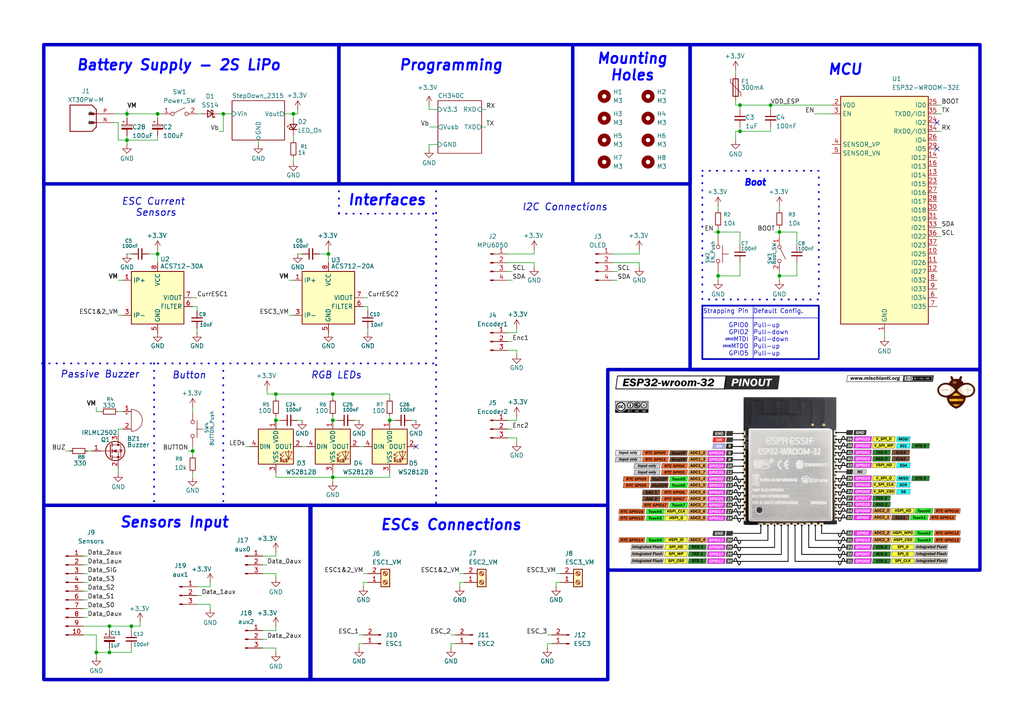
<source format=kicad_sch>
(kicad_sch (version 20250114) (generator "eeschema") (generator_version "9.0")
  (paper "A4")
  (title_block (title "MagicAlonso main control PCB") (date "2025-06-01") (company "JRegi"))
  (rectangle (start 299.72 17.018) (end 348.488 21.59))
  (rectangle (start 332.232 21.59) (end 348.488 49.53))
  (rectangle (start 12.7 12.954) (end 98.298 53.34) (stroke (width 1)))
  (rectangle (start 299.72 21.59) (end 315.976 49.53))
  (rectangle (start 98.298 12.954) (end 166.116 53.34) (stroke (width 1)))
  (rectangle (start 166.116 12.954) (end 200.152 53.34) (stroke (width 1)))
  (rectangle (start 200.152 12.954) (end 284.226 107.188) (stroke (width 1)))
  (rectangle (start 203.708 88.646) (end 237.49 92.202))
  (rectangle (start 12.7 146.558) (end 89.916 197.104) (stroke (width 1)))
  (rectangle (start 315.976 21.59) (end 332.232 49.53))
  (rectangle (start 203.708 88.646) (end 237.49 104.14) (stroke (width 0.5)))
  (rectangle (start 203.708 49.53) (end 237.49 86.868) (stroke (width 0.5) (type dot)))
  (rectangle (start 90.17 146.558) (end 176.276 197.104) (stroke (width 1)))
  (rectangle (start 176.276 107.188) (end 284.226 165.354) (stroke (width 1)))
  (text "ESC Current \nSensors\n" (at 45.212 60.198 0) (effects (font (size 2 2) (thickness 0.25) (italic yes))))
  (text "Strapping Pin\n\nGPIO0\nGPIO2\nMTDI\nMTDO\nGPIO5" (at 217.17 96.52 0) (effects (font (size 1.27 1.27)) (justify right)))
  (text "Inputs" (at 304.292 23.622 0) (effects (font (size 1.27 1.27))))
  (text "(IO12)" (at 212.852 98.552 0) (effects (font (size 0.5 0.5) (italic yes)) (justify right)))
  (text "Passive Buzzer" (at 28.956 108.712 0) (effects (font (size 2 2) (thickness 0.25) (italic yes))))
  (text "(IO15)" (at 212.09 100.584 0) (effects (font (size 0.5 0.5) (italic yes)) (justify right)))
  (text "I2C Connectíons" (at 163.83 60.198 0) (effects (font (size 2 2) (thickness 0.25) (italic yes))))
  (text "Mounting\nHoles\n" (at 183.388 19.558 0) (effects (font (size 3 3) (thickness 0.6) (bold yes) (italic yes))))
  (text "ESP32 connections" (at 324.612 19.558 0) (effects (font (size 2 2) (thickness 0.254) (bold yes))))
  (text "Battery Supply - 2S LiPo" (at 51.816 19.05 0) (effects (font (size 3 3) (thickness 0.6) (bold yes) (italic yes))))
  (text "Sensors Input" (at 50.546 151.638 0) (effects (font (size 3 3) (thickness 0.6) (bold yes) (italic yes))))
  (text "MCU" (at 245.11 20.32 0) (effects (font (size 3 3) (thickness 0.6) (bold yes) (italic yes))))
  (text "ESCs Connections" (at 130.81 152.4 0) (effects (font (size 3 3) (thickness 0.6) (bold yes) (italic yes))))
  (text "Boot " (at 219.71 53.086 0) (effects (font (size 1.8 1.8) (thickness 0.6) (bold yes) (italic yes))))
  (text "RGB LEDs" (at 97.536 108.966 0) (effects (font (size 2 2) (thickness 0.25) (italic yes))))
  (text "Outputs\n" (at 321.564 23.622 0) (effects (font (size 1.27 1.27))))
  (text "Button" (at 54.864 108.966 0) (effects (font (size 2 2) (thickness 0.25) (italic yes))))
  (text "Interfaces" (at 112.268 58.166 0) (effects (font (size 3 3) (thickness 0.6) (bold yes) (italic yes))))
  (text "Bidirectionals" (at 340.106 23.622 0) (effects (font (size 1.27 1.27))))
  (text "Default Config.\n\nPull-up\nPull-down\nPull-down\nPull-up\nPull-up" (at 218.44 96.52 0) (effects (font (size 1.27 1.27)) (justify left)))
  (text "Programming" (at 130.81 19.05 0) (effects (font (size 3 3) (thickness 0.6) (bold yes) (italic yes))))
  (junction (at 214.63 30.48))
  (junction (at 96.52 114.3))
  (junction (at 226.06 67.31))
  (junction (at 208.28 80.01))
  (junction (at 96.52 138.43))
  (junction (at 27.94 189.23))
  (junction (at 80.01 121.92))
  (junction (at 38.1 181.61))
  (junction (at 113.03 121.92))
  (junction (at 45.72 73.66))
  (junction (at 95.25 73.66))
  (junction (at 223.52 30.48))
  (junction (at 226.06 80.01))
  (junction (at 36.83 33.02))
  (junction (at 36.83 40.64))
  (junction (at 55.88 130.81))
  (junction (at 45.72 33.02))
  (junction (at 96.52 121.92))
  (junction (at 214.63 38.1))
  (junction (at 64.77 33.02))
  (junction (at 31.75 189.23))
  (junction (at 31.75 181.61))
  (junction (at 85.09 33.02))
  (junction (at 80.01 114.3))
  (junction (at 208.28 67.31))
  (no_connect (at 271.78 35.56))
  (no_connect (at 120.65 129.54))
  (no_connect (at 271.78 43.18))
  (wire (pts (xy 226.06 59.69) (xy 226.06 60.96)))
  (wire (pts (xy 85.09 33.02) (xy 82.55 33.02)))
  (wire (pts (xy 147.32 81.28) (xy 148.59 81.28)))
  (wire (pts (xy 80.01 138.43) (xy 96.52 138.43)))
  (wire (pts (xy 25.4 179.07) (xy 24.13 179.07)))
  (wire (pts (xy 36.83 40.64) (xy 36.83 41.91)))
  (wire (pts (xy 24.13 184.15) (xy 27.94 184.15)))
  (wire (pts (xy 43.18 73.66) (xy 45.72 73.66)))
  (wire (pts (xy 223.52 38.1) (xy 223.52 36.83)))
  (wire (pts (xy 96.52 114.3) (xy 113.03 114.3)))
  (wire (pts (xy 113.03 114.3) (xy 113.03 115.57)))
  (wire (pts (xy 57.15 86.36) (xy 55.88 86.36)))
  (wire (pts (xy 60.96 170.18) (xy 57.15 170.18)))
  (wire (pts (xy 95.25 72.39) (xy 95.25 73.66)))
  (wire (pts (xy 231.14 71.12) (xy 231.14 67.31)))
  (wire (pts (xy 80.01 166.37) (xy 76.2 166.37)))
  (wire (pts (xy 154.94 73.66) (xy 147.32 73.66)))
  (wire (pts (xy 105.41 170.18) (xy 105.41 168.91)))
  (wire (pts (xy 19.05 130.81) (xy 20.32 130.81)))
  (wire (pts (xy 34.29 40.64) (xy 36.83 40.64)))
  (wire (pts (xy 80.01 137.16) (xy 80.01 138.43)))
  (wire (pts (xy 105.41 88.9) (xy 106.68 88.9)))
  (wire (pts (xy 87.63 129.54) (xy 88.9 129.54)))
  (wire (pts (xy 158.75 187.96) (xy 158.75 186.69)))
  (wire (pts (xy 130.81 184.15) (xy 132.08 184.15)))
  (wire (pts (xy 124.46 36.83) (xy 127 36.83)))
  (wire (pts (xy 76.2 163.83) (xy 77.47 163.83)))
  (wire (pts (xy 31.75 182.88) (xy 31.75 181.61)))
  (wire (pts (xy 271.78 68.58) (xy 273.05 68.58)))
  (wire (pts (xy 71.12 129.54) (xy 72.39 129.54)))
  (wire (pts (xy 80.01 121.92) (xy 81.28 121.92)))
  (wire (pts (xy 74.93 40.64) (xy 74.93 41.91)))
  (wire (pts (xy 31.75 181.61) (xy 24.13 181.61)))
  (wire (pts (xy 231.14 67.31) (xy 226.06 67.31)))
  (wire (pts (xy 27.94 190.5) (xy 27.94 189.23)))
  (wire (pts (xy 96.52 138.43) (xy 96.52 139.7)))
  (wire (pts (xy 226.06 78.74) (xy 226.06 80.01)))
  (wire (pts (xy 60.96 176.53) (xy 60.96 175.26)))
  (wire (pts (xy 213.36 20.32) (xy 213.36 21.59)))
  (wire (pts (xy 154.94 77.47) (xy 154.94 76.2)))
  (wire (pts (xy 35.56 124.46) (xy 34.29 124.46)))
  (wire (pts (xy 208.28 78.74) (xy 208.28 80.01)))
  (wire (pts (xy 45.72 39.37) (xy 45.72 40.64)))
  (wire (pts (xy 154.94 72.39) (xy 154.94 73.66)))
  (wire (pts (xy 25.4 163.83) (xy 24.13 163.83)))
  (wire (pts (xy 213.36 38.1) (xy 214.63 38.1)))
  (wire (pts (xy 80.01 161.29) (xy 76.2 161.29)))
  (wire (pts (xy 124.46 30.48) (xy 124.46 31.75)))
  (wire (pts (xy 214.63 30.48) (xy 214.63 31.75)))
  (wire (pts (xy 86.36 31.75) (xy 86.36 33.02)))
  (wire (pts (xy 86.36 73.66) (xy 87.63 73.66)))
  (wire (pts (xy 27.94 189.23) (xy 27.94 184.15)))
  (wire (pts (xy 57.15 95.25) (xy 57.15 96.52)))
  (wire (pts (xy 106.68 90.17) (xy 106.68 88.9)))
  (wire (pts (xy 208.28 59.69) (xy 208.28 60.96)))
  (wire (pts (xy 57.15 172.72) (xy 58.42 172.72)))
  (wire (pts (xy 271.78 30.48) (xy 273.05 30.48)))
  (polyline (pts (xy 126.492 53.34) (xy 126.492 146.558)) (stroke (width 0.5) (type dot)))
  (wire (pts (xy 31.75 189.23) (xy 27.94 189.23)))
  (wire (pts (xy 148.59 124.46) (xy 147.32 124.46)))
  (wire (pts (xy 130.81 186.69) (xy 132.08 186.69)))
  (polyline (pts (xy 44.704 105.41) (xy 44.704 146.558)) (stroke (width 0.5) (type dot)))
  (wire (pts (xy 33.02 33.02) (xy 36.83 33.02)))
  (wire (pts (xy 25.4 173.99) (xy 24.13 173.99)))
  (wire (pts (xy 214.63 67.31) (xy 208.28 67.31)))
  (wire (pts (xy 214.63 38.1) (xy 223.52 38.1)))
  (wire (pts (xy 25.4 166.37) (xy 24.13 166.37)))
  (wire (pts (xy 177.8 78.74) (xy 179.07 78.74)))
  (wire (pts (xy 149.86 95.25) (xy 149.86 96.52)))
  (wire (pts (xy 130.81 187.96) (xy 130.81 186.69)))
  (wire (pts (xy 34.29 91.44) (xy 35.56 91.44)))
  (wire (pts (xy 208.28 67.31) (xy 208.28 68.58)))
  (wire (pts (xy 106.68 95.25) (xy 106.68 96.52)))
  (wire (pts (xy 25.4 130.81) (xy 26.67 130.81)))
  (wire (pts (xy 139.7 31.75) (xy 140.97 31.75)))
  (wire (pts (xy 38.1 187.96) (xy 38.1 189.23)))
  (wire (pts (xy 27.94 118.11) (xy 27.94 119.38)))
  (wire (pts (xy 113.03 121.92) (xy 114.3 121.92)))
  (wire (pts (xy 124.46 43.18) (xy 124.46 41.91)))
  (wire (pts (xy 149.86 101.6) (xy 147.32 101.6)))
  (wire (pts (xy 236.22 33.02) (xy 241.3 33.02)))
  (wire (pts (xy 96.52 121.92) (xy 97.79 121.92)))
  (wire (pts (xy 34.29 119.38) (xy 35.56 119.38)))
  (wire (pts (xy 80.01 182.88) (xy 76.2 182.88)))
  (wire (pts (xy 36.83 33.02) (xy 45.72 33.02)))
  (wire (pts (xy 213.36 30.48) (xy 214.63 30.48)))
  (wire (pts (xy 36.83 33.02) (xy 36.83 34.29)))
  (wire (pts (xy 60.96 175.26) (xy 57.15 175.26)))
  (wire (pts (xy 185.42 77.47) (xy 185.42 76.2)))
  (wire (pts (xy 207.01 67.31) (xy 208.28 67.31)))
  (wire (pts (xy 80.01 114.3) (xy 80.01 115.57)))
  (wire (pts (xy 64.77 33.02) (xy 67.31 33.02)))
  (wire (pts (xy 96.52 114.3) (xy 96.52 115.57)))
  (wire (pts (xy 83.82 81.28) (xy 85.09 81.28)))
  (wire (pts (xy 214.63 38.1) (xy 214.63 36.83)))
  (wire (pts (xy 85.09 46.99) (xy 85.09 45.72)))
  (wire (pts (xy 96.52 138.43) (xy 113.03 138.43)))
  (wire (pts (xy 34.29 35.56) (xy 34.29 40.64)))
  (wire (pts (xy 80.01 167.64) (xy 80.01 166.37)))
  (wire (pts (xy 104.14 187.96) (xy 104.14 186.69)))
  (wire (pts (xy 226.06 67.31) (xy 226.06 68.58)))
  (wire (pts (xy 80.01 114.3) (xy 96.52 114.3)))
  (wire (pts (xy 161.29 168.91) (xy 162.56 168.91)))
  (wire (pts (xy 57.15 90.17) (xy 57.15 88.9)))
  (wire (pts (xy 208.28 66.04) (xy 208.28 67.31)))
  (wire (pts (xy 231.14 80.01) (xy 226.06 80.01)))
  (wire (pts (xy 149.86 127) (xy 147.32 127)))
  (wire (pts (xy 55.88 130.81) (xy 55.88 132.08)))
  (wire (pts (xy 154.94 76.2) (xy 147.32 76.2)))
  (wire (pts (xy 149.86 96.52) (xy 147.32 96.52)))
  (wire (pts (xy 271.78 33.02) (xy 273.05 33.02)))
  (wire (pts (xy 104.14 184.15) (xy 105.41 184.15)))
  (wire (pts (xy 54.61 130.81) (xy 55.88 130.81)))
  (wire (pts (xy 83.82 91.44) (xy 85.09 91.44)))
  (wire (pts (xy 185.42 76.2) (xy 177.8 76.2)))
  (wire (pts (xy 161.29 170.18) (xy 161.29 168.91)))
  (wire (pts (xy 148.59 99.06) (xy 147.32 99.06)))
  (wire (pts (xy 119.38 121.92) (xy 120.65 121.92)))
  (wire (pts (xy 158.75 186.69) (xy 160.02 186.69)))
  (wire (pts (xy 149.86 102.87) (xy 149.86 101.6)))
  (wire (pts (xy 36.83 31.75) (xy 36.83 33.02)))
  (wire (pts (xy 124.46 31.75) (xy 127 31.75)))
  (polyline (pts (xy 98.298 53.34) (xy 98.298 61.976)) (stroke (width 0.5) (type dot)))
  (wire (pts (xy 27.94 119.38) (xy 29.21 119.38)))
  (wire (pts (xy 86.36 33.02) (xy 85.09 33.02)))
  (wire (pts (xy 213.36 29.21) (xy 213.36 30.48)))
  (wire (pts (xy 36.83 40.64) (xy 45.72 40.64)))
  (wire (pts (xy 106.68 86.36) (xy 105.41 86.36)))
  (wire (pts (xy 133.35 168.91) (xy 134.62 168.91)))
  (wire (pts (xy 45.72 72.39) (xy 45.72 73.66)))
  (wire (pts (xy 31.75 181.61) (xy 38.1 181.61)))
  (wire (pts (xy 63.5 33.02) (xy 64.77 33.02)))
  (wire (pts (xy 34.29 81.28) (xy 35.56 81.28)))
  (wire (pts (xy 223.52 30.48) (xy 223.52 31.75)))
  (polyline (pts (xy 218.44 88.9) (xy 218.44 104.14)))
  (wire (pts (xy 105.41 168.91) (xy 106.68 168.91)))
  (wire (pts (xy 256.54 97.79) (xy 256.54 96.52)))
  (wire (pts (xy 77.47 114.3) (xy 80.01 114.3)))
  (wire (pts (xy 139.7 36.83) (xy 140.97 36.83)))
  (wire (pts (xy 105.41 166.37) (xy 106.68 166.37)))
  (wire (pts (xy 85.09 39.37) (xy 85.09 40.64)))
  (wire (pts (xy 80.01 187.96) (xy 76.2 187.96)))
  (wire (pts (xy 86.36 121.92) (xy 87.63 121.92)))
  (polyline (pts (xy 98.298 61.976) (xy 126.492 61.976)) (stroke (width 0.5) (type dot)))
  (wire (pts (xy 64.77 38.1) (xy 64.77 33.02)))
  (wire (pts (xy 113.03 120.65) (xy 113.03 121.92)))
  (wire (pts (xy 45.72 33.02) (xy 46.99 33.02)))
  (wire (pts (xy 158.75 184.15) (xy 160.02 184.15)))
  (wire (pts (xy 38.1 181.61) (xy 38.1 182.88)))
  (wire (pts (xy 149.86 128.27) (xy 149.86 127)))
  (wire (pts (xy 161.29 166.37) (xy 162.56 166.37)))
  (wire (pts (xy 214.63 80.01) (xy 208.28 80.01)))
  (wire (pts (xy 40.64 181.61) (xy 40.64 180.34)))
  (wire (pts (xy 80.01 189.23) (xy 80.01 187.96)))
  (wire (pts (xy 95.25 73.66) (xy 95.25 76.2)))
  (wire (pts (xy 226.06 66.04) (xy 226.06 67.31)))
  (wire (pts (xy 185.42 72.39) (xy 185.42 73.66)))
  (wire (pts (xy 25.4 176.53) (xy 24.13 176.53)))
  (wire (pts (xy 38.1 181.61) (xy 40.64 181.61)))
  (wire (pts (xy 177.8 81.28) (xy 179.07 81.28)))
  (wire (pts (xy 80.01 160.02) (xy 80.01 161.29)))
  (wire (pts (xy 231.14 76.2) (xy 231.14 80.01)))
  (wire (pts (xy 25.4 161.29) (xy 24.13 161.29)))
  (wire (pts (xy 224.79 67.31) (xy 226.06 67.31)))
  (wire (pts (xy 76.2 185.42) (xy 77.47 185.42)))
  (wire (pts (xy 124.46 41.91) (xy 127 41.91)))
  (polyline (pts (xy 12.192 105.41) (xy 126.492 105.41)) (stroke (width 0.5) (type dot)))
  (wire (pts (xy 96.52 137.16) (xy 96.52 138.43)))
  (wire (pts (xy 223.52 30.48) (xy 241.3 30.48)))
  (wire (pts (xy 57.15 88.9) (xy 55.88 88.9)))
  (wire (pts (xy 208.28 80.01) (xy 208.28 81.28)))
  (wire (pts (xy 34.29 124.46) (xy 34.29 125.73)))
  (wire (pts (xy 63.5 38.1) (xy 64.77 38.1)))
  (wire (pts (xy 214.63 76.2) (xy 214.63 80.01)))
  (wire (pts (xy 185.42 73.66) (xy 177.8 73.66)))
  (wire (pts (xy 149.86 121.92) (xy 147.32 121.92)))
  (wire (pts (xy 55.88 118.11) (xy 55.88 119.38)))
  (wire (pts (xy 34.29 35.56) (xy 33.02 35.56)))
  (wire (pts (xy 213.36 38.1) (xy 213.36 40.64)))
  (wire (pts (xy 25.4 168.91) (xy 24.13 168.91)))
  (wire (pts (xy 36.83 39.37) (xy 36.83 40.64)))
  (wire (pts (xy 60.96 168.91) (xy 60.96 170.18)))
  (wire (pts (xy 133.35 170.18) (xy 133.35 168.91)))
  (wire (pts (xy 45.72 33.02) (xy 45.72 34.29)))
  (wire (pts (xy 36.83 73.66) (xy 38.1 73.66)))
  (polyline (pts (xy 64.77 105.41) (xy 64.77 146.812)) (stroke (width 0.5) (type dot)))
  (wire (pts (xy 80.01 120.65) (xy 80.01 121.92)))
  (wire (pts (xy 113.03 138.43) (xy 113.03 137.16)))
  (wire (pts (xy 55.88 129.54) (xy 55.88 130.81)))
  (wire (pts (xy 25.4 171.45) (xy 24.13 171.45)))
  (wire (pts (xy 85.09 33.02) (xy 85.09 34.29)))
  (wire (pts (xy 92.71 73.66) (xy 95.25 73.66)))
  (wire (pts (xy 55.88 137.16) (xy 55.88 138.43)))
  (wire (pts (xy 31.75 189.23) (xy 38.1 189.23)))
  (wire (pts (xy 45.72 73.66) (xy 45.72 76.2)))
  (wire (pts (xy 104.14 186.69) (xy 105.41 186.69)))
  (wire (pts (xy 133.35 166.37) (xy 134.62 166.37)))
  (wire (pts (xy 271.78 38.1) (xy 273.05 38.1)))
  (wire (pts (xy 147.32 78.74) (xy 148.59 78.74)))
  (wire (pts (xy 31.75 187.96) (xy 31.75 189.23)))
  (wire (pts (xy 96.52 120.65) (xy 96.52 121.92)))
  (polyline (pts (xy 12.7 50.8) (xy 12.7 146.558)) (stroke (width 1) (type solid)))
  (wire (pts (xy 57.15 33.02) (xy 58.42 33.02)))
  (wire (pts (xy 226.06 80.01) (xy 226.06 81.28)))
  (wire (pts (xy 34.29 135.89) (xy 34.29 137.16)))
  (wire (pts (xy 80.01 181.61) (xy 80.01 182.88)))
  (wire (pts (xy 271.78 66.04) (xy 273.05 66.04)))
  (wire (pts (xy 214.63 30.48) (xy 223.52 30.48)))
  (wire (pts (xy 214.63 71.12) (xy 214.63 67.31)))
  (wire (pts (xy 104.14 129.54) (xy 105.41 129.54)))
  (wire (pts (xy 77.47 113.03) (xy 77.47 114.3)))
  (wire (pts (xy 149.86 120.65) (xy 149.86 121.92)))
  (wire (pts (xy 102.87 121.92) (xy 104.14 121.92)))
  (image (at 230.632 136.398) (scale 0.154297))
  (label "Data_SIG" (at 302.26 31.75 0))
  (label "LEDs" (at 71.12 129.54 180))
  (label "Data_0aux" (at 335.28 48.26 0))
  (label "BUTTON" (at 302.26 27.94 0))
  (label "BOOT" (at 273.05 30.48 0))
  (label "Data_S1" (at 25.4 173.99 0))
  (label "SCL" (at 335.28 27.94 0))
  (label "Data_S2" (at 25.4 171.45 0))
  (label "ESC_1" (at 104.14 184.15 180))
  (label "Vb" (at 63.5 38.1 180))
  (label "Enc1" (at 302.26 41.91 0))
  (label "SDA" (at 179.07 81.28 0))
  (label "ESC1&2_VM" (at 105.41 166.37 180))
  (label "Data_0aux" (at 77.47 163.83 0))
  (label "RX" (at 140.97 31.75 0))
  (label "ESC1&2_VM" (at 34.29 91.44 180))
  (label "SDA" (at 148.59 81.28 0))
  (label "EN" (at 236.22 33.02 180))
  (label "VM" (at 34.29 81.28 180) (effects (font (thickness 0.254) (bold yes))))
  (label "Data_S0" (at 320.04 39.37 0))
  (label "Data_2aux" (at 77.47 185.42 0))
  (label "ESC_3" (at 335.28 34.29 0))
  (label "Data_S1" (at 320.04 36.83 0))
  (label "ESC_2" (at 130.81 184.15 180))
  (label "LEDs" (at 320.04 44.45 0))
  (label "Enc1" (at 148.59 99.06 0))
  (label "BUZ" (at 19.05 130.81 180))
  (label "ESC1&2_VM" (at 133.35 166.37 180))
  (label "ESC_3" (at 158.75 184.15 180))
  (label "VDD_ESP" (at 223.52 30.48 0))
  (label "Vb" (at 124.46 36.83 180))
  (label "Data_0aux" (at 25.4 179.07 0))
  (label "SCL" (at 273.05 68.58 0))
  (label "TX" (at 140.97 36.83 0))
  (label "Data_S3" (at 320.04 31.75 0))
  (label "Data_2aux" (at 335.28 43.18 0))
  (label "Data_S2" (at 320.04 34.29 0))
  (label "CurrESC2" (at 106.68 86.36 0))
  (label "ESC3_VM" (at 161.29 166.37 180))
  (label "CurrESC2" (at 302.26 35.56 0))
  (label "TX" (at 273.05 33.02 0))
  (label "VM" (at 83.82 81.28 180) (effects (font (thickness 0.254) (bold yes))))
  (label "ESC_1" (at 335.28 39.37 0))
  (label "CurrESC1" (at 302.26 38.1 0))
  (label "Data_SIG" (at 25.4 166.37 0))
  (label "BUTTON" (at 54.61 130.81 180))
  (label "ESC3_VM" (at 83.82 91.44 180))
  (label "Enc2" (at 148.59 124.46 0))
  (label "Data_1aux" (at 58.42 172.72 0))
  (label "SCL" (at 148.59 78.74 0))
  (label "BUZ" (at 320.04 27.94 0))
  (label "VM" (at 27.94 118.11 180) (effects (font (thickness 0.254) (bold yes))))
  (label "Data_1aux" (at 25.4 163.83 0))
  (label "SCL" (at 179.07 78.74 0))
  (label "CurrESC1" (at 57.15 86.36 0))
  (label "EN" (at 207.01 67.31 180))
  (label "VM" (at 36.83 31.75 0) (effects (font (thickness 0.254) (bold yes))))
  (label "Data_S0" (at 25.4 176.53 0))
  (label "ESC_2" (at 335.28 36.83 0))
  (label "Data_2aux" (at 25.4 161.29 0))
  (label "SDA" (at 335.28 30.48 0))
  (label "Data_S3" (at 25.4 168.91 0))
  (label "RX" (at 273.05 38.1 0))
  (label "Enc2" (at 302.26 44.45 0))
  (label "SDA" (at 273.05 66.04 0))
  (label "Data_1aux" (at 335.28 45.72 0))
  (label "BOOT" (at 224.79 67.31 180))
  (symbol (lib_id "LED:WS2812B") (at 80.01 129.54 0) (unit 1)
    (property "Reference" "D3" (at 87.376 134.366 0))
    (property "Value" "WS2812B" (at 87.376 136.906 0))
    (property "Footprint" "LED_SMD:LED_WS2812B_PLCC4_5.0x5.0mm_P3.2mm" (effects (hide yes)))
    (property "Datasheet" "https://cdn-shop.adafruit.com/datasheets/WS2812B.pdf" (effects (hide yes)))
    (property "Description" "RGB LED with integrated controller" (effects (hide yes)))
  )
  (symbol (lib_id "power:+3.3V") (at 80.01 160.02 0) (unit 1)
    (property "Reference" "#PWR064" (effects (hide yes)))
    (property "Value" "+3.3V" (at 77.47 156.21 0))
    (property "Description" "Power symbol creates a global label with name \"+3.3V\"" (effects (hide yes)))
  )
  (symbol (lib_id "Connector:Conn_01x02_Pin") (at 137.16 186.69 180) (unit 1)
    (property "Reference" "J11" (at 138.43 184.1499 0) (effects (justify right)))
    (property "Value" "ESC2" (at 138.43 186.6899 0) (effects (justify right)))
    (property "Footprint" "Connector_JST:JST_XH_B2B-XH-A_1x02_P2.50mm_Vertical" (effects (hide yes)))
    (property "Description" "Generic connector, single row, 01x02, script generated" (effects (hide yes)))
  )
  (symbol (lib_id "Connector:Conn_01x03_Pin") (at 71.12 185.42 0) (unit 1)
    (property "Reference" "J18" (at 71.374 177.8 0))
    (property "Value" "aux2" (at 71.374 180.34 0))
    (property "Footprint" "Connector_JST:JST_XH_B3B-XH-A_1x03_P2.50mm_Vertical" (effects (hide yes)))
    (property "Description" "Generic connector, single row, 01x03, script generated" (effects (hide yes)))
  )
  (symbol (lib_id "Mechanical:MountingHole") (at 175.26 40.64 0) (unit 1) (in_bom no)
    (property "Reference" "H5" (at 177.8 39.3699 0) (effects (justify left)))
    (property "Value" "M3" (at 177.8 41.9099 0) (effects (justify left)))
    (property "Footprint" "MountingHole:MountingHole_3mm" (effects (hide yes)))
    (property "Description" "Mounting Hole without connection" (effects (hide yes)))
  )
  (symbol (lib_id "power:GND") (at 74.93 41.91 0) (unit 1)
    (property "Reference" "#PWR05" (effects (hide yes)))
    (property "Value" "GND" (at 74.93 45.974 0))
    (property "Description" "Power symbol creates a global label with name \"GND\" , ground" (effects (hide yes)))
  )
  (symbol (lib_id "Device:C_Small") (at 40.64 73.66 90) (unit 1)
    (property "Reference" "C5" (at 38.354 69.85 90) (effects (font (size 1 1)) (justify left)))
    (property "Value" "100nF" (at 40.132 71.374 90) (effects (font (size 1 1)) (justify left)))
    (property "Footprint" "Capacitor_SMD:C_0805_2012Metric" (effects (hide yes)))
    (property "Description" "Unpolarized capacitor, small symbol" (effects (hide yes)))
  )
  (symbol (lib_id "Device:C_Small") (at 100.33 121.92 90) (unit 1)
    (property "Reference" "C25" (at 102.362 117.348 90) (effects (font (size 1 1)) (justify left)))
    (property "Value" "100nF" (at 104.14 118.872 90) (effects (font (size 1 1)) (justify left)))
    (property "Footprint" "Capacitor_SMD:C_0805_2012Metric" (effects (hide yes)))
    (property "Description" "Unpolarized capacitor, small symbol" (effects (hide yes)))
  )
  (symbol (lib_id "power:GND") (at 213.36 40.64 0) (unit 1)
    (property "Reference" "#PWR06" (effects (hide yes)))
    (property "Value" "GND" (at 213.36 44.704 0))
    (property "Description" "Power symbol creates a global label with name \"GND\" , ground" (effects (hide yes)))
  )
  (symbol (lib_id "power:+3.3V") (at 149.86 95.25 0) (mirror y) (unit 1)
    (property "Reference" "#PWR025" (effects (hide yes)))
    (property "Value" "+3.3V" (at 150.114 91.186 0))
    (property "Description" "Power symbol creates a global label with name \"+3.3V\"" (effects (hide yes)))
  )
  (symbol (lib_id "Device:C_Polarized_Small") (at 45.72 36.83 0) (unit 1)
    (property "Reference" "C2" (at 47.244 36.83 0) (effects (justify left)))
    (property "Value" "100uF" (at 47.244 39.37 0) (effects (justify left)))
    (property "Footprint" "Capacitor_SMD:CP_Elec_6.3x5.4" (effects (hide yes)))
    (property "Description" "Polarized capacitor, small symbol" (effects (hide yes)))
  )
  (symbol (lib_id "power:GND") (at 45.72 96.52 0) (unit 1)
    (property "Reference" "#PWR021" (effects (hide yes)))
    (property "Value" "GND" (at 45.72 100.33 0))
    (property "Description" "Power symbol creates a global label with name \"GND\" , ground" (effects (hide yes)))
  )
  (symbol (lib_id "power:+3.3V") (at 149.86 120.65 0) (mirror y) (unit 1)
    (property "Reference" "#PWR030" (effects (hide yes)))
    (property "Value" "+3.3V" (at 150.114 116.586 0))
    (property "Description" "Power symbol creates a global label with name \"+3.3V\"" (effects (hide yes)))
  )
  (symbol (lib_id "Connector:Conn_01x03_Pin") (at 142.24 99.06 0) (unit 1)
    (property "Reference" "J4" (at 142.875 91.44 0))
    (property "Value" "Encoder1" (at 142.875 93.98 0))
    (property "Footprint" "Connector_JST:JST_XH_B3B-XH-A_1x03_P2.50mm_Vertical" (effects (hide yes)))
    (property "Description" "Generic connector, single row, 01x03, script generated" (effects (hide yes)))
  )
  (symbol (lib_id "Device:C_Small") (at 223.52 34.29 0) (unit 1)
    (property "Reference" "C4" (at 225.044 34.036 0) (effects (justify left)))
    (property "Value" "100nF" (at 225.044 36.576 0) (effects (justify left)))
    (property "Footprint" "Capacitor_SMD:C_0805_2012Metric" (effects (hide yes)))
    (property "Description" "Unpolarized capacitor, small symbol" (effects (hide yes)))
  )
  (symbol (lib_id "Device:R_Small") (at 31.75 119.38 270) (unit 1)
    (property "Reference" "R4" (at 33.02 115.824 90) (effects (font (size 1.016 1.016)) (justify right)))
    (property "Value" "330" (at 33.528 117.602 90) (effects (justify right)))
    (property "Footprint" "Resistor_SMD:R_0805_2012Metric" (effects (hide yes)))
    (property "Description" "Resistor, small symbol" (effects (hide yes)))
  )
  (symbol (lib_name "Screw_Terminal_01x02_1") (lib_id "Connector:Screw_Terminal_01x02") (at 111.76 166.37 0) (unit 1)
    (property "Reference" "J6" (at 107.95 160.528 0) (effects (justify left)))
    (property "Value" "ESC1_VM" (at 107.95 163.068 0) (effects (justify left)))
    (property "Footprint" "TerminalBlock_Phoenix:TerminalBlock_Phoenix_PT-1,5-2-3.5-H_1x02_P3.50mm_Horizontal" (effects (hide yes)))
    (property "Description" "Generic screw terminal, single row, 01x02, script generated (kicad-library-utils/schlib/autogen/connector/)" (effects (hide yes)))
  )
  (symbol (lib_id "Switch:SW_Push") (at 208.28 73.66 270) (unit 1)
    (property "Reference" "SW2" (at 205.232 73.152 0) (effects (font (size 1 1)) (justify left)))
    (property "Value" "EN_Push" (at 206.756 69.85 0) (effects (font (size 1 1)) (justify left)))
    (property "Footprint" "Button_Switch_SMD:SW_SPST_CK_RS282G05A3" (effects (hide yes)))
    (property "Description" "Push button switch, generic, two pins" (effects (hide yes)))
  )
  (symbol (lib_id "power:GND") (at 133.35 170.18 0) (unit 1)
    (property "Reference" "#PWR036" (effects (hide yes)))
    (property "Value" "GND" (at 133.35 173.99 0))
    (property "Description" "Power symbol creates a global label with name \"GND\" , ground" (effects (hide yes)))
  )
  (symbol (lib_id "Device:C_Small") (at 214.63 34.29 0) (unit 1)
    (property "Reference" "C3" (at 216.154 34.036 0) (effects (justify left)))
    (property "Value" "1uF" (at 216.154 36.576 0) (effects (justify left)))
    (property "Footprint" "Capacitor_SMD:C_0805_2012Metric" (effects (hide yes)))
    (property "Description" "Unpolarized capacitor, small symbol" (effects (hide yes)))
  )
  (symbol (lib_id "power:+3.3V") (at 208.28 59.69 0) (unit 1)
    (property "Reference" "#PWR09" (effects (hide yes)))
    (property "Value" "+3.3V" (at 208.026 55.626 0))
    (property "Description" "Power symbol creates a global label with name \"+3.3V\"" (effects (hide yes)))
  )
  (symbol (lib_id "power:+3.3V") (at 185.42 72.39 0) (unit 1)
    (property "Reference" "#PWR016" (effects (hide yes)))
    (property "Value" "+3.3V" (at 185.166 68.326 0))
    (property "Description" "Power symbol creates a global label with name \"+3.3V\"" (effects (hide yes)))
  )
  (symbol (lib_id "MixLib:XT30PW-M") (at 27.94 33.02 0) (unit 1)
    (property "Reference" "J1" (at 24.892 26.416 0))
    (property "Value" "XT30PW-M" (at 24.892 28.956 0))
    (property "Footprint" "XT30PW-M:AMASS_XT30PW-M" (effects (hide yes)))
    (property "MF" "AMASS" (effects (hide yes)))
    (property "MAXIMUM_PACKAGE_HEIGHT" "5 mm" (effects (hide yes)))
    (property "Package" "None" (effects (hide yes)))
    (property "Price" "None" (effects (hide yes)))
    (property "Check_prices" "https://www.snapeda.com/parts/XT30PW-M/AMASS/view-part/?ref=eda" (effects (hide yes)))
    (property "STANDARD" "Manufacturer Recommendations" (effects (hide yes)))
    (property "PARTREV" "1.2" (effects (hide yes)))
    (property "SnapEDA_Link" "https://www.snapeda.com/parts/XT30PW-M/AMASS/view-part/?ref=snap" (effects (hide yes)))
    (property "MP" "XT30PW-M" (effects (hide yes)))
    (property "Description_1" "Socket; DC supply; XT30; male; PIN: 2; on PCBs; THT; Colour: yellow" (effects (hide yes)))
    (property "MANUFACTURER" "Amass" (effects (hide yes)))
    (property "Availability" "Not in stock" (effects (hide yes)))
    (property "SNAPEDA_PN" "XT30PW-M" (effects (hide yes)))
  )
  (symbol (lib_id "Device:LED_Small") (at 85.09 36.83 90) (unit 1)
    (property "Reference" "D2" (at 86.36 35.306 90) (effects (justify right)))
    (property "Value" "LED_On" (at 86.36 37.846 90) (effects (justify right)))
    (property "Footprint" "MixLib:LED_0805_2012Metric" (effects (hide yes)))
    (property "Description" "Light emitting diode, small symbol" (effects (hide yes)))
    (property "Sim.Pin" "1=K 2=A" (effects (hide yes)))
  )
  (symbol (lib_id "power:GND") (at 124.46 43.18 0) (unit 1)
    (property "Reference" "#PWR07" (effects (hide yes)))
    (property "Value" "GND" (at 124.46 47.244 0))
    (property "Description" "Power symbol creates a global label with name \"GND\" , ground" (effects (hide yes)))
  )
  (symbol (lib_id "Switch:SW_SPST") (at 226.06 73.66 270) (unit 1)
    (property "Reference" "SW3" (at 223.266 73.406 0) (effects (font (size 1 1)) (justify left)))
    (property "Value" "Boot_SW" (at 224.536 70.358 0) (effects (font (size 1 1)) (justify left)))
    (property "Footprint" "MixLib:SW_Slide-03_P2.54_L9_W4_H7" (effects (hide yes)))
    (property "Description" "Single Pole Single Throw (SPST) switch" (effects (hide yes)))
  )
  (symbol (lib_id "power:+3.3V") (at 86.36 31.75 0) (unit 1)
    (property "Reference" "#PWR02" (effects (hide yes)))
    (property "Value" "+3.3V" (at 86.106 27.686 0))
    (property "Description" "Power symbol creates a global label with name \"+3.3V\"" (effects (hide yes)))
  )
  (symbol (lib_id "power:GND") (at 154.94 77.47 0) (unit 1)
    (property "Reference" "#PWR017" (effects (hide yes)))
    (property "Value" "GND" (at 154.94 81.28 0))
    (property "Description" "Power symbol creates a global label with name \"GND\" , ground" (effects (hide yes)))
  )
  (symbol (lib_id "power:GND") (at 106.68 96.52 0) (unit 1)
    (property "Reference" "#PWR024" (effects (hide yes)))
    (property "Value" "GND" (at 106.68 100.33 0))
    (property "Description" "Power symbol creates a global label with name \"GND\" , ground" (effects (hide yes)))
  )
  (symbol (lib_id "power:GND") (at 36.83 73.66 0) (unit 1)
    (property "Reference" "#PWR013" (effects (hide yes)))
    (property "Value" "GND" (at 36.83 77.47 0))
    (property "Description" "Power symbol creates a global label with name \"GND\" , ground" (effects (hide yes)))
  )
  (symbol (lib_id "power:GND") (at 185.42 77.47 0) (unit 1)
    (property "Reference" "#PWR018" (effects (hide yes)))
    (property "Value" "GND" (at 185.42 81.28 0))
    (property "Description" "Power symbol creates a global label with name \"GND\" , ground" (effects (hide yes)))
  )
  (symbol (lib_id "power:+3.3V") (at 124.46 30.48 0) (unit 1)
    (property "Reference" "#PWR03" (effects (hide yes)))
    (property "Value" "+3.3V" (at 123.952 25.4 0))
    (property "Description" "Power symbol creates a global label with name \"+3.3V\"" (effects (hide yes)))
  )
  (symbol (lib_id "Device:Polyfuse") (at 213.36 25.4 0) (unit 1)
    (property "Reference" "F1" (at 214.884 23.622 0) (effects (justify left)))
    (property "Value" "300mA" (at 214.884 25.4 0) (effects (justify left)))
    (property "Footprint" "Fuse:Fuse_1812_4532Metric_Pad1.30x3.40mm_HandSolder" (effects (hide yes)))
    (property "Description" "Resettable fuse, polymeric positive temperature coefficient" (effects (hide yes)))
  )
  (symbol (lib_id "power:GND") (at 86.36 73.66 0) (unit 1)
    (property "Reference" "#PWR014" (effects (hide yes)))
    (property "Value" "GND" (at 86.36 77.47 0))
    (property "Description" "Power symbol creates a global label with name \"GND\" , ground" (effects (hide yes)))
  )
  (symbol (lib_id "power:GND") (at 34.29 137.16 0) (unit 1)
    (property "Reference" "#PWR032" (effects (hide yes)))
    (property "Value" "GND" (at 34.29 141.224 0))
    (property "Description" "Power symbol creates a global label with name \"GND\" , ground" (effects (hide yes)))
  )
  (symbol (lib_id "power:GND") (at 85.09 46.99 0) (unit 1)
    (property "Reference" "#PWR08" (effects (hide yes)))
    (property "Value" "GND" (at 85.09 50.8 0))
    (property "Description" "Power symbol creates a global label with name \"GND\" , ground" (effects (hide yes)))
  )
  (symbol (lib_id "power:GND") (at 55.88 138.43 0) (unit 1)
    (property "Reference" "#PWR033" (effects (hide yes)))
    (property "Value" "GND" (at 55.88 142.24 0))
    (property "Description" "Power symbol creates a global label with name \"GND\" , ground" (effects (hide yes)))
  )
  (symbol (lib_id "Connector:Conn_01x10_Pin") (at 19.05 171.45 0) (unit 1)
    (property "Reference" "J9" (at 26.416 154.432 0))
    (property "Value" "Sensors" (at 26.416 156.972 0))
    (property "Footprint" "Connector_JST:JST_XH_S10B-XH-A_1x10_P2.50mm_Horizontal" (effects (hide yes)))
    (property "Description" "Generic connector, single row, 01x10, script generated" (effects (hide yes)))
  )
  (symbol (lib_id "Device:R_Small") (at 96.52 118.11 180) (unit 1)
    (property "Reference" "R6" (at 94.742 117.348 0) (effects (font (size 1.016 1.016)) (justify left)))
    (property "Value" "100" (at 95.25 119.126 0) (effects (justify left)))
    (property "Footprint" "Resistor_SMD:R_0805_2012Metric" (effects (hide yes)))
    (property "Description" "Resistor, small symbol" (effects (hide yes)))
  )
  (symbol (lib_id "Sensor_Current:ACS712xLCTR-20A") (at 95.25 86.36 0) (unit 1)
    (property "Reference" "U3" (at 96.012 75.438 0) (effects (justify left)))
    (property "Value" "ACS712-20A" (at 96.012 77.216 0) (effects (justify left)))
    (property "Footprint" "Package_SO:SOIC-8_3.9x4.9mm_P1.27mm" (effects (hide yes)))
    (property "Datasheet" "http://www.allegromicro.com/~/media/Files/Datasheets/ACS712-Datasheet.ashx?la=en" (effects (hide yes)))
    (property "Description" "±20A Bidirectional Hall-Effect Current Sensor, +5.0V supply, 100mV/A, SOIC-8" (effects (hide yes)))
  )
  (symbol (lib_id "power:+3.3V") (at 213.36 20.32 0) (unit 1)
    (property "Reference" "#PWR01" (effects (hide yes)))
    (property "Value" "+3.3V" (at 213.106 16.256 0))
    (property "Description" "Power symbol creates a global label with name \"+3.3V\"" (effects (hide yes)))
  )
  (symbol (lib_id "Connector:Conn_01x03_Pin") (at 71.12 163.83 0) (unit 1)
    (property "Reference" "J17" (at 70.358 156.718 0))
    (property "Value" "aux0" (at 70.358 159.258 0))
    (property "Footprint" "Connector_JST:JST_XH_B3B-XH-A_1x03_P2.50mm_Vertical" (effects (hide yes)))
    (property "Description" "Generic connector, single row, 01x03, script generated" (effects (hide yes)))
  )
  (symbol (lib_id "power:+3.3V") (at 40.64 180.34 0) (unit 1)
    (property "Reference" "#PWR038" (effects (hide yes)))
    (property "Value" "+3.3V" (at 40.386 176.53 0))
    (property "Description" "Power symbol creates a global label with name \"+3.3V\"" (effects (hide yes)))
  )
  (symbol (lib_id "power:GND") (at 208.28 81.28 0) (unit 1)
    (property "Reference" "#PWR019" (effects (hide yes)))
    (property "Value" "GND" (at 208.28 85.344 0))
    (property "Description" "Power symbol creates a global label with name \"GND\" , ground" (effects (hide yes)))
  )
  (symbol (lib_id "Connector:Conn_01x03_Pin") (at 142.24 124.46 0) (unit 1)
    (property "Reference" "J5" (at 142.875 116.84 0))
    (property "Value" "Encoder2" (at 142.875 119.38 0))
    (property "Footprint" "Connector_JST:JST_XH_B3B-XH-A_1x03_P2.50mm_Vertical" (effects (hide yes)))
    (property "Description" "Generic connector, single row, 01x03, script generated" (effects (hide yes)))
  )
  (symbol (lib_id "power:+3.3V") (at 77.47 113.03 0) (unit 1)
    (property "Reference" "#PWR028" (effects (hide yes)))
    (property "Value" "+3.3V" (at 77.216 108.966 0))
    (property "Description" "Power symbol creates a global label with name \"+3.3V\"" (effects (hide yes)))
  )
  (symbol (lib_id "Device:Buzzer") (at 38.1 121.92 0) (unit 1)
    (property "Reference" "BZ1" (at 36.83 127.254 0) (effects (justify left)))
    (property "Value" "Buzzer" (at 36.83 129.032 0) (effects (justify left)))
    (property "Footprint" "Buzzer_Beeper:Buzzer_12x9.5RM7.6" (effects (hide yes)))
    (property "Description" "Buzzer, polarized" (effects (hide yes)))
  )
  (symbol (lib_id "power:+3.3V") (at 154.94 72.39 0) (unit 1)
    (property "Reference" "#PWR015" (effects (hide yes)))
    (property "Value" "+3.3V" (at 154.686 68.326 0))
    (property "Description" "Power symbol creates a global label with name \"+3.3V\"" (effects (hide yes)))
  )
  (symbol (lib_id "power:+3.3V") (at 55.88 118.11 0) (unit 1)
    (property "Reference" "#PWR029" (effects (hide yes)))
    (property "Value" "+3.3V" (at 55.626 114.046 0))
    (property "Description" "Power symbol creates a global label with name \"+3.3V\"" (effects (hide yes)))
  )
  (symbol (lib_id "Connector:Conn_01x04_Pin") (at 172.72 76.2 0) (unit 1)
    (property "Reference" "J3" (at 173.355 68.58 0))
    (property "Value" "OLED" (at 173.355 71.12 0))
    (property "Footprint" "Connector_JST:JST_XH_B4B-XH-A_1x04_P2.50mm_Vertical" (effects (hide yes)))
    (property "Description" "Generic connector, single row, 01x04, script generated" (effects (hide yes)))
  )
  (symbol (lib_id "power:GND") (at 36.83 41.91 0) (unit 1)
    (property "Reference" "#PWR04" (effects (hide yes)))
    (property "Value" "GND" (at 36.83 45.974 0))
    (property "Description" "Power symbol creates a global label with name \"GND\" , ground" (effects (hide yes)))
  )
  (symbol (lib_id "power:GND") (at 80.01 189.23 0) (unit 1)
    (property "Reference" "#PWR066" (effects (hide yes)))
    (property "Value" "GND" (at 80.01 193.294 0))
    (property "Description" "Power symbol creates a global label with name \"GND\" , ground" (effects (hide yes)))
  )
  (symbol (lib_id "power:GND") (at 120.65 121.92 0) (unit 1)
    (property "Reference" "#PWR071" (effects (hide yes)))
    (property "Value" "GND" (at 120.65 125.73 0))
    (property "Description" "Power symbol creates a global label with name \"GND\" , ground" (effects (hide yes)))
  )
  (symbol (lib_name "Screw_Terminal_01x02_2") (lib_id "Connector:Screw_Terminal_01x02") (at 139.7 166.37 0) (unit 1)
    (property "Reference" "J7" (at 135.89 160.528 0) (effects (justify left)))
    (property "Value" "ESC2_VM" (at 135.89 163.068 0) (effects (justify left)))
    (property "Footprint" "TerminalBlock_Phoenix:TerminalBlock_Phoenix_PT-1,5-2-3.5-H_1x02_P3.50mm_Horizontal" (effects (hide yes)))
    (property "Description" "Generic screw terminal, single row, 01x02, script generated (kicad-library-utils/schlib/autogen/connector/)" (effects (hide yes)))
  )
  (symbol (lib_id "Connector:Conn_01x03_Pin") (at 52.07 172.72 0) (unit 1)
    (property "Reference" "J19" (at 52.324 164.084 0))
    (property "Value" "aux1" (at 52.324 166.624 0))
    (property "Footprint" "Connector_JST:JST_XH_B3B-XH-A_1x03_P2.50mm_Vertical" (effects (hide yes)))
    (property "Description" "Generic connector, single row, 01x03, script generated" (effects (hide yes)))
  )
  (symbol (lib_id "Connector:Conn_01x02_Pin") (at 165.1 186.69 180) (unit 1)
    (property "Reference" "J12" (at 166.37 184.1499 0) (effects (justify right)))
    (property "Value" "ESC3" (at 166.37 186.6899 0) (effects (justify right)))
    (property "Footprint" "Connector_JST:JST_XH_B2B-XH-A_1x02_P2.50mm_Vertical" (effects (hide yes)))
    (property "Description" "Generic connector, single row, 01x02, script generated" (effects (hide yes)))
  )
  (symbol (lib_id "Device:R_Small") (at 80.01 118.11 180) (unit 1)
    (property "Reference" "R5" (at 78.232 117.348 0) (effects (font (size 1.016 1.016)) (justify left)))
    (property "Value" "100" (at 78.74 119.126 0) (effects (justify left)))
    (property "Footprint" "Resistor_SMD:R_0805_2012Metric" (effects (hide yes)))
    (property "Description" "Resistor, small symbol" (effects (hide yes)))
  )
  (symbol (lib_id "Device:C_Small") (at 90.17 73.66 90) (unit 1)
    (property "Reference" "C6" (at 87.884 69.85 90) (effects (font (size 1 1)) (justify left)))
    (property "Value" "100nF" (at 89.662 71.374 90) (effects (font (size 1 1)) (justify left)))
    (property "Footprint" "Capacitor_SMD:C_0805_2012Metric" (effects (hide yes)))
    (property "Description" "Unpolarized capacitor, small symbol" (effects (hide yes)))
  )
  (symbol (lib_id "power:GND") (at 95.25 96.52 0) (unit 1)
    (property "Reference" "#PWR023" (effects (hide yes)))
    (property "Value" "GND" (at 95.25 100.33 0))
    (property "Description" "Power symbol creates a global label with name \"GND\" , ground" (effects (hide yes)))
  )
  (symbol (lib_id "power:GND") (at 104.14 121.92 0) (unit 1)
    (property "Reference" "#PWR070" (effects (hide yes)))
    (property "Value" "GND" (at 104.14 125.73 0))
    (property "Description" "Power symbol creates a global label with name \"GND\" , ground" (effects (hide yes)))
  )
  (symbol (lib_id "Mechanical:MountingHole") (at 175.26 46.99 0) (unit 1) (in_bom no)
    (property "Reference" "H7" (at 177.8 45.7199 0) (effects (justify left)))
    (property "Value" "M3" (at 177.8 48.2599 0) (effects (justify left)))
    (property "Footprint" "MountingHole:MountingHole_3mm" (effects (hide yes)))
    (property "Description" "Mounting Hole without connection" (effects (hide yes)))
  )
  (symbol (lib_id "Device:R_Small") (at 226.06 63.5 180) (unit 1)
    (property "Reference" "R3" (at 228.6 62.2299 0) (effects (font (size 1.016 1.016)) (justify right)))
    (property "Value" "10k" (at 228.6 64.7699 0) (effects (justify right)))
    (property "Footprint" "Resistor_SMD:R_0603_1608Metric" (effects (hide yes)))
    (property "Description" "Resistor, small symbol" (effects (hide yes)))
  )
  (symbol (lib_id "power:+3.3V") (at 95.25 72.39 0) (unit 1)
    (property "Reference" "#PWR012" (effects (hide yes)))
    (property "Value" "+3.3V" (at 94.996 68.326 0))
    (property "Description" "Power symbol creates a global label with name \"+3.3V\"" (effects (hide yes)))
  )
  (symbol (lib_id "Transistor_FET:IRLML2060") (at 31.75 130.81 0) (unit 1)
    (property "Reference" "Q1" (at 29.21 127.508 0) (effects (justify left)))
    (property "Value" "IRLML2502" (at 23.622 125.476 0) (effects (justify left)))
    (property "Footprint" "Package_TO_SOT_SMD:SOT-23" (effects (hide yes)))
    (property "Datasheet" "https://www.infineon.com/dgdl/irlml2060pbf.pdf?fileId=5546d462533600a401535664b7fb25ee" (effects (hide yes)))
    (property "Description" "1.2A Id, 60V Vds, 480mOhm Rds, N-Channel HEXFET Power MOSFET, SOT-23" (effects (hide yes)))
  )
  (symbol (lib_id "power:GND") (at 158.75 187.96 0) (unit 1)
    (property "Reference" "#PWR041" (effects (hide yes)))
    (property "Value" "GND" (at 158.75 191.77 0))
    (property "Description" "Power symbol creates a global label with name \"GND\" , ground" (effects (hide yes)))
  )
  (symbol (lib_id "Connector:Screw_Terminal_01x02") (at 167.64 166.37 0) (unit 1)
    (property "Reference" "J8" (at 163.83 160.528 0) (effects (justify left)))
    (property "Value" "ESC3_VM" (at 163.83 163.068 0) (effects (justify left)))
    (property "Footprint" "TerminalBlock_Phoenix:TerminalBlock_Phoenix_PT-1,5-2-3.5-H_1x02_P3.50mm_Horizontal" (effects (hide yes)))
    (property "Description" "Generic screw terminal, single row, 01x02, script generated (kicad-library-utils/schlib/autogen/connector/)" (effects (hide yes)))
  )
  (symbol (lib_id "Device:R_Small") (at 22.86 130.81 270) (unit 1)
    (property "Reference" "R8" (at 24.638 132.588 90) (effects (font (size 1.016 1.016)) (justify right)))
    (property "Value" "330" (at 25.146 134.366 90) (effects (justify right)))
    (property "Footprint" "Resistor_SMD:R_0805_2012Metric" (effects (hide yes)))
    (property "Description" "Resistor, small symbol" (effects (hide yes)))
  )
  (symbol (lib_id "Mechanical:MountingHole") (at 187.96 27.94 0) (unit 1) (in_bom no)
    (property "Reference" "H2" (at 190.5 26.6699 0) (effects (justify left)))
    (property "Value" "M3" (at 190.5 29.2099 0) (effects (justify left)))
    (property "Footprint" "MountingHole:MountingHole_3mm" (effects (hide yes)))
    (property "Description" "Mounting Hole without connection" (effects (hide yes)))
  )
  (symbol (lib_id "Switch:SW_Push") (at 55.88 124.46 270) (unit 1)
    (property "Reference" "SW4" (at 59.944 122.428 0) (effects (font (size 1 1)) (justify left)))
    (property "Value" "BUTTON_Push" (at 61.468 119.126 0) (effects (font (size 1 1)) (justify left)))
    (property "Footprint" "Button_Switch_SMD:SW_SPST_CK_RS282G05A3" (effects (hide yes)))
    (property "Description" "Push button switch, generic, two pins" (effects (hide yes)))
  )
  (symbol (lib_id "Device:R_Small") (at 85.09 43.18 0) (unit 1)
    (property "Reference" "R1" (at 89.284 42.5129 0) (effects (font (size 1.016 1.016)) (justify right)))
    (property "Value" "1k" (at 88.776 44.2909 0) (effects (justify right)))
    (property "Footprint" "Resistor_SMD:R_0603_1608Metric" (effects (hide yes)))
    (property "Description" "Resistor, small symbol" (effects (hide yes)))
  )
  (symbol (lib_id "Device:C_Small") (at 57.15 92.71 0) (unit 1)
    (property "Reference" "C9" (at 57.658 91.186 0) (effects (font (size 1 1)) (justify left)))
    (property "Value" "10nF" (at 57.912 94.234 0) (effects (font (size 1 1)) (justify left)))
    (property "Footprint" "Capacitor_SMD:C_0805_2012Metric" (effects (hide yes)))
    (property "Description" "Unpolarized capacitor, small symbol" (effects (hide yes)))
  )
  (symbol (lib_id "Device:C_Polarized_Small") (at 31.75 185.42 0) (unit 1)
    (property "Reference" "C11" (at 32.004 183.642 0) (effects (font (size 1 1)) (justify left)))
    (property "Value" "1uF" (at 32.004 187.198 0) (effects (font (size 1 1)) (justify left)))
    (property "Footprint" "Capacitor_SMD:C_0805_2012Metric" (effects (hide yes)))
    (property "Description" "Polarized capacitor, small symbol" (effects (hide yes)))
  )
  (symbol (lib_id "Device:R_Small") (at 55.88 134.62 180) (unit 1)
    (property "Reference" "R9" (at 50.8 133.096 0) (effects (font (size 1.016 1.016)) (justify right)))
    (property "Value" "10k" (at 50.546 135.636 0) (effects (justify right)))
    (property "Footprint" "Resistor_SMD:R_0805_2012Metric" (effects (hide yes)))
    (property "Description" "Resistor, small symbol" (effects (hide yes)))
  )
  (symbol (lib_id "Device:C_Small") (at 38.1 185.42 0) (unit 1)
    (property "Reference" "C12" (at 38.608 183.896 0) (effects (font (size 1 1)) (justify left)))
    (property "Value" "100nF" (at 38.608 186.944 0) (effects (font (size 1 1)) (justify left)))
    (property "Footprint" "Capacitor_SMD:C_0805_2012Metric" (effects (hide yes)))
    (property "Description" "Unpolarized capacitor, small symbol" (effects (hide yes)))
  )
  (symbol (lib_id "power:GND") (at 80.01 167.64 0) (unit 1)
    (property "Reference" "#PWR063" (effects (hide yes)))
    (property "Value" "GND" (at 80.01 171.704 0))
    (property "Description" "Power symbol creates a global label with name \"GND\" , ground" (effects (hide yes)))
  )
  (symbol (lib_id "Device:C_Small") (at 83.82 121.92 90) (unit 1)
    (property "Reference" "C24" (at 85.852 117.348 90) (effects (font (size 1 1)) (justify left)))
    (property "Value" "100nF" (at 87.63 118.872 90) (effects (font (size 1 1)) (justify left)))
    (property "Footprint" "Capacitor_SMD:C_0805_2012Metric" (effects (hide yes)))
    (property "Description" "Unpolarized capacitor, small symbol" (effects (hide yes)))
  )
  (symbol (lib_id "power:+3.3V") (at 45.72 72.39 0) (unit 1)
    (property "Reference" "#PWR011" (effects (hide yes)))
    (property "Value" "+3.3V" (at 45.466 68.326 0))
    (property "Description" "Power symbol creates a global label with name \"+3.3V\"" (effects (hide yes)))
  )
  (symbol (lib_id "Mechanical:MountingHole") (at 187.96 46.99 0) (unit 1) (in_bom no)
    (property "Reference" "H8" (at 190.5 45.7199 0) (effects (justify left)))
    (property "Value" "M3" (at 190.5 48.2599 0) (effects (justify left)))
    (property "Footprint" "MountingHole:MountingHole_3mm" (effects (hide yes)))
    (property "Description" "Mounting Hole without connection" (effects (hide yes)))
  )
  (symbol (lib_id "power:GND") (at 149.86 128.27 0) (mirror y) (unit 1)
    (property "Reference" "#PWR031" (effects (hide yes)))
    (property "Value" "GND" (at 149.86 132.08 0))
    (property "Description" "Power symbol creates a global label with name \"GND\" , ground" (effects (hide yes)))
  )
  (symbol (lib_id "power:GND") (at 27.94 190.5 0) (unit 1)
    (property "Reference" "#PWR042" (effects (hide yes)))
    (property "Value" "GND" (at 27.94 194.564 0))
    (property "Description" "Power symbol creates a global label with name \"GND\" , ground" (effects (hide yes)))
  )
  (symbol (lib_id "Device:C_Small") (at 116.84 121.92 90) (unit 1)
    (property "Reference" "C26" (at 118.872 117.348 90) (effects (font (size 1 1)) (justify left)))
    (property "Value" "100nF" (at 120.65 118.872 90) (effects (font (size 1 1)) (justify left)))
    (property "Footprint" "Capacitor_SMD:C_0805_2012Metric" (effects (hide yes)))
    (property "Description" "Unpolarized capacitor, small symbol" (effects (hide yes)))
  )
  (symbol (lib_id "LED:WS2812B") (at 113.03 129.54 0) (unit 1)
    (property "Reference" "D5" (at 119.888 134.366 0))
    (property "Value" "WS2812B" (at 119.888 136.906 0))
    (property "Footprint" "LED_SMD:LED_WS2812B_PLCC4_5.0x5.0mm_P3.2mm" (effects (hide yes)))
    (property "Datasheet" "https://cdn-shop.adafruit.com/datasheets/WS2812B.pdf" (effects (hide yes)))
    (property "Description" "RGB LED with integrated controller" (effects (hide yes)))
  )
  (symbol (lib_id "Device:C_Small") (at 231.14 73.66 0) (unit 1)
    (property "Reference" "C8" (at 231.394 70.612 0) (effects (font (size 1 1)) (justify left)))
    (property "Value" "100nF" (at 231.394 72.136 0) (effects (font (size 1 1)) (justify left)))
    (property "Footprint" "Capacitor_SMD:C_0805_2012Metric" (effects (hide yes)))
    (property "Description" "Unpolarized capacitor, small symbol" (effects (hide yes)))
  )
  (symbol (lib_id "power:GND") (at 256.54 97.79 0) (unit 1)
    (property "Reference" "#PWR026" (effects (hide yes)))
    (property "Value" "GND" (at 256.54 101.854 0))
    (property "Description" "Power symbol creates a global label with name \"GND\" , ground" (effects (hide yes)))
  )
  (symbol (lib_id "power:GND") (at 149.86 102.87 0) (mirror y) (unit 1)
    (property "Reference" "#PWR027" (effects (hide yes)))
    (property "Value" "GND" (at 149.86 106.68 0))
    (property "Description" "Power symbol creates a global label with name \"GND\" , ground" (effects (hide yes)))
  )
  (symbol (lib_id "RF_Module:ESP32-WROOM-32E") (at 256.54 60.96 0) (unit 1)
    (property "Reference" "U1" (at 258.6833 22.86 0) (effects (justify left)))
    (property "Value" "ESP32-WROOM-32E" (at 258.6833 25.4 0) (effects (justify left)))
    (property "Footprint" "PCM_Espressif:ESP32-WROOM-32E" (effects (hide yes)))
    (property "Datasheet" "https://www.espressif.com/sites/default/files/documentation/esp32-wroom-32e_esp32-wroom-32ue_datasheet_en.pdf" (effects (hide yes)))
    (property "Description" "RF Module, ESP32-D0WD-V3 SoC, without PSRAM, Wi-Fi 802.11b/g/n, Bluetooth, BLE, 32-bit, 2.7-3.6V, onboard antenna, SMD" (effects (hide yes)))
  )
  (symbol (lib_id "power:GND") (at 226.06 81.28 0) (unit 1)
    (property "Reference" "#PWR020" (effects (hide yes)))
    (property "Value" "GND" (at 226.06 85.344 0))
    (property "Description" "Power symbol creates a global label with name \"GND\" , ground" (effects (hide yes)))
  )
  (symbol (lib_id "Connector:Conn_01x04_Pin") (at 142.24 76.2 0) (unit 1)
    (property "Reference" "J2" (at 142.875 68.58 0))
    (property "Value" "MPU6050" (at 142.875 71.12 0))
    (property "Footprint" "Connector_JST:JST_XH_B4B-XH-A_1x04_P2.50mm_Vertical" (effects (hide yes)))
    (property "Description" "Generic connector, single row, 01x04, script generated" (effects (hide yes)))
  )
  (symbol (lib_id "power:+3.3V") (at 60.96 168.91 0) (unit 1)
    (property "Reference" "#PWR067" (effects (hide yes)))
    (property "Value" "+3.3V" (at 58.42 165.1 0))
    (property "Description" "Power symbol creates a global label with name \"+3.3V\"" (effects (hide yes)))
  )
  (symbol (lib_id "power:GND") (at 57.15 96.52 0) (unit 1)
    (property "Reference" "#PWR022" (effects (hide yes)))
    (property "Value" "GND" (at 57.15 100.33 0))
    (property "Description" "Power symbol creates a global label with name \"GND\" , ground" (effects (hide yes)))
  )
  (symbol (lib_id "power:GND") (at 105.41 170.18 0) (unit 1)
    (property "Reference" "#PWR035" (effects (hide yes)))
    (property "Value" "GND" (at 105.41 173.99 0))
    (property "Description" "Power symbol creates a global label with name \"GND\" , ground" (effects (hide yes)))
  )
  (symbol (lib_id "Sensor_Current:ACS712xLCTR-20A") (at 45.72 86.36 0) (unit 1)
    (property "Reference" "U2" (at 46.482 75.184 0) (effects (justify left)))
    (property "Value" "ACS712-30A" (at 46.482 77.216 0) (effects (justify left)))
    (property "Footprint" "Package_SO:SOIC-8_3.9x4.9mm_P1.27mm" (effects (hide yes)))
    (property "Datasheet" "http://www.allegromicro.com/~/media/Files/Datasheets/ACS712-Datasheet.ashx?la=en" (effects (hide yes)))
    (property "Description" "±20A Bidirectional Hall-Effect Current Sensor, +5.0V supply, 100mV/A, SOIC-8" (effects (hide yes)))
  )
  (symbol (lib_id "power:GND") (at 96.52 139.7 0) (unit 1)
    (property "Reference" "#PWR034" (effects (hide yes)))
    (property "Value" "GND" (at 96.52 143.51 0))
    (property "Description" "Power symbol creates a global label with name \"GND\" , ground" (effects (hide yes)))
  )
  (symbol (lib_id "Device:R_Small") (at 208.28 63.5 180) (unit 1)
    (property "Reference" "R2" (at 209.804 62.23 0) (effects (font (size 1.016 1.016)) (justify right)))
    (property "Value" "10k" (at 209.804 64.77 0) (effects (justify right)))
    (property "Footprint" "Resistor_SMD:R_0603_1608Metric" (effects (hide yes)))
    (property "Description" "Resistor, small symbol" (effects (hide yes)))
  )
  (symbol (lib_id "Device:C_Small") (at 214.63 73.66 0) (unit 1)
    (property "Reference" "C7" (at 214.884 70.612 0) (effects (font (size 1 1)) (justify left)))
    (property "Value" "100nF" (at 214.884 72.136 0) (effects (font (size 1 1)) (justify left)))
    (property "Footprint" "Capacitor_SMD:C_0805_2012Metric" (effects (hide yes)))
    (property "Description" "Unpolarized capacitor, small symbol" (effects (hide yes)))
  )
  (symbol (lib_id "power:+3.3V") (at 226.06 59.69 0) (unit 1)
    (property "Reference" "#PWR010" (effects (hide yes)))
    (property "Value" "+3.3V" (at 225.806 55.626 0))
    (property "Description" "Power symbol creates a global label with name \"+3.3V\"" (effects (hide yes)))
  )
  (symbol (lib_id "power:+3.3V") (at 80.01 181.61 0) (unit 1)
    (property "Reference" "#PWR065" (effects (hide yes)))
    (property "Value" "+3.3V" (at 77.47 177.8 0))
    (property "Description" "Power symbol creates a global label with name \"+3.3V\"" (effects (hide yes)))
  )
  (symbol (lib_id "Connector:Conn_01x02_Pin") (at 110.49 186.69 180) (unit 1)
    (property "Reference" "J10" (at 111.76 184.1499 0) (effects (justify right)))
    (property "Value" "ESC1" (at 111.76 186.6899 0) (effects (justify right)))
    (property "Footprint" "Connector_JST:JST_XH_B2B-XH-A_1x02_P2.50mm_Vertical" (effects (hide yes)))
    (property "Description" "Generic connector, single row, 01x02, script generated" (effects (hide yes)))
  )
  (symbol (lib_id "Device:R_Small") (at 113.03 118.11 180) (unit 1)
    (property "Reference" "R7" (at 111.252 117.348 0) (effects (font (size 1.016 1.016)) (justify left)))
    (property "Value" "100" (at 111.76 119.126 0) (effects (justify left)))
    (property "Footprint" "Resistor_SMD:R_0805_2012Metric" (effects (hide yes)))
    (property "Description" "Resistor, small symbol" (effects (hide yes)))
  )
  (symbol (lib_id "Mechanical:MountingHole") (at 175.26 34.29 0) (unit 1) (in_bom no)
    (property "Reference" "H3" (at 177.8 33.0199 0) (effects (justify left)))
    (property "Value" "M3" (at 177.8 35.5599 0) (effects (justify left)))
    (property "Footprint" "MountingHole:MountingHole_3mm" (effects (hide yes)))
    (property "Description" "Mounting Hole without connection" (effects (hide yes)))
  )
  (symbol (lib_id "power:GND") (at 87.63 121.92 0) (unit 1)
    (property "Reference" "#PWR069" (effects (hide yes)))
    (property "Value" "GND" (at 87.63 125.73 0))
    (property "Description" "Power symbol creates a global label with name \"GND\" , ground" (effects (hide yes)))
  )
  (symbol (lib_id "Mechanical:MountingHole") (at 187.96 40.64 0) (unit 1) (in_bom no)
    (property "Reference" "H6" (at 190.5 39.3699 0) (effects (justify left)))
    (property "Value" "M3" (at 190.5 41.9099 0) (effects (justify left)))
    (property "Footprint" "MountingHole:MountingHole_3mm" (effects (hide yes)))
    (property "Description" "Mounting Hole without connection" (effects (hide yes)))
  )
  (symbol (lib_id "LED:WS2812B") (at 96.52 129.54 0) (unit 1)
    (property "Reference" "D4" (at 103.886 134.366 0))
    (property "Value" "WS2812B" (at 103.886 136.906 0))
    (property "Footprint" "LED_SMD:LED_WS2812B_PLCC4_5.0x5.0mm_P3.2mm" (effects (hide yes)))
    (property "Datasheet" "https://cdn-shop.adafruit.com/datasheets/WS2812B.pdf" (effects (hide yes)))
    (property "Description" "RGB LED with integrated controller" (effects (hide yes)))
  )
  (symbol (lib_id "power:GND") (at 161.29 170.18 0) (unit 1)
    (property "Reference" "#PWR037" (effects (hide yes)))
    (property "Value" "GND" (at 161.29 173.99 0))
    (property "Description" "Power symbol creates a global label with name \"GND\" , ground" (effects (hide yes)))
  )
  (symbol (lib_id "Mechanical:MountingHole") (at 175.26 27.94 0) (unit 1) (in_bom no)
    (property "Reference" "H1" (at 177.8 26.6699 0) (effects (justify left)))
    (property "Value" "M3" (at 177.8 29.2099 0) (effects (justify left)))
    (property "Footprint" "MountingHole:MountingHole_3mm" (effects (hide yes)))
    (property "Description" "Mounting Hole without connection" (effects (hide yes)))
  )
  (symbol (lib_id "power:GND") (at 104.14 187.96 0) (unit 1)
    (property "Reference" "#PWR039" (effects (hide yes)))
    (property "Value" "GND" (at 104.14 191.77 0))
    (property "Description" "Power symbol creates a global label with name \"GND\" , ground" (effects (hide yes)))
  )
  (symbol (lib_id "power:GND") (at 130.81 187.96 0) (unit 1)
    (property "Reference" "#PWR040" (effects (hide yes)))
    (property "Value" "GND" (at 130.81 191.77 0))
    (property "Description" "Power symbol creates a global label with name \"GND\" , ground" (effects (hide yes)))
  )
  (symbol (lib_id "Switch:SW_SPST") (at 52.07 33.02 0) (unit 1)
    (property "Reference" "SW1" (at 52.07 26.67 0))
    (property "Value" "Power_SW" (at 52.07 29.21 0))
    (property "Footprint" "MixLib:SW_Slide-03_P2.54_L9_W4_H7" (effects (hide yes)))
    (property "Description" "Single Pole Single Throw (SPST) switch" (effects (hide yes)))
  )
  (symbol (lib_id "power:GND") (at 60.96 176.53 0) (unit 1)
    (property "Reference" "#PWR068" (effects (hide yes)))
    (property "Value" "GND" (at 60.96 180.594 0))
    (property "Description" "Power symbol creates a global label with name \"GND\" , ground" (effects (hide yes)))
  )
  (symbol (lib_id "Device:D_Schottky_Small") (at 60.96 33.02 180) (unit 1)
    (property "Reference" "D1" (at 60.96 27.94 0))
    (property "Value" "SS14" (at 60.96 30.48 0))
    (property "Footprint" "Diode_SMD:D_SMA" (effects (hide yes)))
    (property "Description" "Schottky diode, small symbol" (effects (hide yes)))
  )
  (symbol (lib_id "Device:C_Polarized_Small") (at 36.83 36.83 0) (unit 1)
    (property "Reference" "C28" (at 38.354 36.83 0) (effects (justify left)))
    (property "Value" "100uF" (at 38.354 39.37 0) (effects (justify left)))
    (property "Footprint" "Capacitor_SMD:CP_Elec_6.3x5.4" (effects (hide yes)))
    (property "Description" "Polarized capacitor, small symbol" (effects (hide yes)))
  )
  (symbol (lib_id "Mechanical:MountingHole") (at 187.96 34.29 0) (unit 1) (in_bom no)
    (property "Reference" "H4" (at 190.5 33.0199 0) (effects (justify left)))
    (property "Value" "M3" (at 190.5 35.5599 0) (effects (justify left)))
    (property "Footprint" "MountingHole:MountingHole_3mm" (effects (hide yes)))
    (property "Description" "Mounting Hole without connection" (effects (hide yes)))
  )
  (symbol (lib_id "Device:C_Small") (at 106.68 92.71 0) (unit 1)
    (property "Reference" "C10" (at 107.188 91.186 0) (effects (font (size 1 1)) (justify left)))
    (property "Value" "10nF" (at 107.442 94.234 0) (effects (font (size 1 1)) (justify left)))
    (property "Footprint" "Capacitor_SMD:C_0805_2012Metric" (effects (hide yes)))
    (property "Description" "Unpolarized capacitor, small symbol" (effects (hide yes)))
  )
  (sheet (at 67.31 29.21) (size 15.24 11.43) (stroke (width 0.1524))
    (property "Sheetname" "StepDown_2315" (at 67.31 28.4984 0) (effects (justify left bottom)))
    (property "Sheetfile" "StepDown_2315.kicad_sch" (effects (hide yes)))
    (pin "GND" bidirectional (at 74.93 40.64 270))
    (pin "Vin" input (at 67.31 33.02 180))
    (pin "Vout" output (at 82.55 33.02 0))
  )
  (sheet (at 127 29.21) (size 12.7 15.24) (stroke (width 0.1524))
    (property "Sheetname" "CH340C" (at 127 28.4984 0) (effects (justify left bottom)))
    (property "Sheetfile" "CH340G_programmer.kicad_sch" (effects (hide yes)))
    (pin "GND" input (at 127 41.91 180))
    (pin "RXD" input (at 139.7 31.75 0))
    (pin "TXD" output (at 139.7 36.83 0))
    (pin "Vusb" output (at 127 36.83 180))
    (pin "V3.3" input (at 127 31.75 180))
  )
)
</source>
